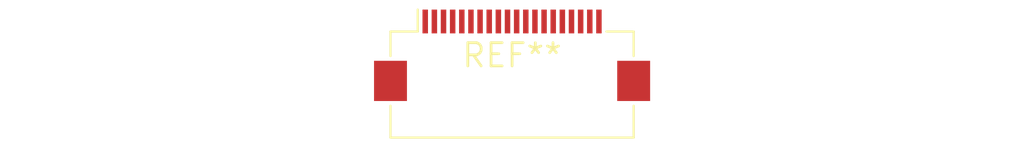
<source format=kicad_pcb>
(kicad_pcb (version 20240108) (generator pcbnew)
  (layers (0 "F.Cu" signal) (31 "B.Cu" signal) (34 "B.Paste" user) (35 "F.Paste" user) (36 "B.SilkS" user "B.Silkscreen") (37 "F.SilkS" user "F.Silkscreen") (38 "B.Mask" user) (39 "F.Mask" user) (44 "Edge.Cuts" user))
  (net 0 "")
  (footprint "Hirose_FH12-20S-0.5SH_1x20-1MP_P0.50mm_Horizontal" (layer "F.Cu") (at 0 0)
    (property "Reference" "REF**")
    (property "Value" "Hirose_FH12-20S-0.5SH_1x20-1MP_P0.50mm_Horizontal")
    (fp_line (start -6.65 -1.3) (end -6.65 0.04) (layer "F.SilkS") (stroke (width 0.12)))
    (fp_line (start -6.65 2.76) (end -6.65 4.5) (layer "F.SilkS") (stroke (width 0.12)))
    (fp_line (start -6.65 4.5) (end 6.65 4.5) (layer "F.SilkS") (stroke (width 0.12)))
    (fp_line (start -5.16 -1.3) (end -6.65 -1.3) (layer "F.SilkS") (stroke (width 0.12)))
    (fp_line (start -5.16 -1.3) (end -5.16 -2.5) (layer "F.SilkS") (stroke (width 0.12)))
    (fp_line (start 5.16 -1.3) (end 6.65 -1.3) (layer "F.SilkS") (stroke (width 0.12)))
    (fp_line (start 6.65 -1.3) (end 6.65 0.04) (layer "F.SilkS") (stroke (width 0.12)))
    (fp_line (start 6.65 4.5) (end 6.65 2.76) (layer "F.SilkS") (stroke (width 0.12)))
    (pad "1" smd rect (at -4.75 -1.85) (size 0.3 1.3) (layers "F.Cu" "F.Paste" "F.Mask"))
    (pad "2" smd rect (at -4.25 -1.85) (size 0.3 1.3) (layers "F.Cu" "F.Paste" "F.Mask"))
    (pad "3" smd rect (at -3.75 -1.85) (size 0.3 1.3) (layers "F.Cu" "F.Paste" "F.Mask"))
    (pad "4" smd rect (at -3.25 -1.85) (size 0.3 1.3) (layers "F.Cu" "F.Paste" "F.Mask"))
    (pad "5" smd rect (at -2.75 -1.85) (size 0.3 1.3) (layers "F.Cu" "F.Paste" "F.Mask"))
    (pad "6" smd rect (at -2.25 -1.85) (size 0.3 1.3) (layers "F.Cu" "F.Paste" "F.Mask"))
    (pad "7" smd rect (at -1.75 -1.85) (size 0.3 1.3) (layers "F.Cu" "F.Paste" "F.Mask"))
    (pad "8" smd rect (at -1.25 -1.85) (size 0.3 1.3) (layers "F.Cu" "F.Paste" "F.Mask"))
    (pad "9" smd rect (at -0.75 -1.85) (size 0.3 1.3) (layers "F.Cu" "F.Paste" "F.Mask"))
    (pad "10" smd rect (at -0.25 -1.85) (size 0.3 1.3) (layers "F.Cu" "F.Paste" "F.Mask"))
    (pad "11" smd rect (at 0.25 -1.85) (size 0.3 1.3) (layers "F.Cu" "F.Paste" "F.Mask"))
    (pad "12" smd rect (at 0.75 -1.85) (size 0.3 1.3) (layers "F.Cu" "F.Paste" "F.Mask"))
    (pad "13" smd rect (at 1.25 -1.85) (size 0.3 1.3) (layers "F.Cu" "F.Paste" "F.Mask"))
    (pad "14" smd rect (at 1.75 -1.85) (size 0.3 1.3) (layers "F.Cu" "F.Paste" "F.Mask"))
    (pad "15" smd rect (at 2.25 -1.85) (size 0.3 1.3) (layers "F.Cu" "F.Paste" "F.Mask"))
    (pad "16" smd rect (at 2.75 -1.85) (size 0.3 1.3) (layers "F.Cu" "F.Paste" "F.Mask"))
    (pad "17" smd rect (at 3.25 -1.85) (size 0.3 1.3) (layers "F.Cu" "F.Paste" "F.Mask"))
    (pad "18" smd rect (at 3.75 -1.85) (size 0.3 1.3) (layers "F.Cu" "F.Paste" "F.Mask"))
    (pad "19" smd rect (at 4.25 -1.85) (size 0.3 1.3) (layers "F.Cu" "F.Paste" "F.Mask"))
    (pad "20" smd rect (at 4.75 -1.85) (size 0.3 1.3) (layers "F.Cu" "F.Paste" "F.Mask"))
    (pad "MP" smd rect (at -6.65 1.4) (size 1.8 2.2) (layers "F.Cu" "F.Paste" "F.Mask"))
    (pad "MP" smd rect (at 6.65 1.4) (size 1.8 2.2) (layers "F.Cu" "F.Paste" "F.Mask"))
  )
)
</source>
